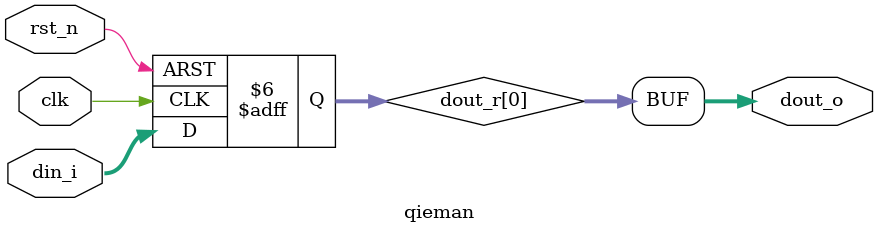
<source format=v>
/**
 * wait a moment
 */

//module qieman #(
//      parameter   DW       =  1  ,
//      parameter   DEFAULT  =  1'b0
//   )(
//   input                clk      ,
//   input                rst_n    ,
//   
//   input    [DW-1:0]    din_i    ,
//   output reg [DW-1:0]  dout_o   
//   );
//   
//   always @(posedge clk or negedge rst_n) begin
//      if (!rst_n) begin
//         dout_o <= HOLDON_DATA_DEFAULT;
//      end
//      else begin
//         dout_o <= din_i;
//      end
//   end
//   
//endmodule

module qieman #(
      parameter   DW       = 32  ,
      parameter   DEFAULT  = 0   ,
      parameter   CYCLES   = 1   
   )(
      input                clk      ,
      input                rst_n    ,
      input    [DW-1:0]    din_i    ,
      output   [DW-1:0]    dout_o    
   );
   
   reg   [DW-1:0] dout_r[CYCLES-1:0];
   integer i;
   always @(posedge clk or negedge rst_n) begin
      if (!rst_n) begin
         for (i=0; i<CYCLES; i=i+1)
            dout_r[i] <= DEFAULT;
      end
      else begin
         dout_r[0] <= din_i;
         for (i=1; i<CYCLES; i=i+1)
            dout_r[i] <= dout_r[i-1];
      end
   end
   assign dout_o = dout_r[CYCLES-1];

endmodule
</source>
